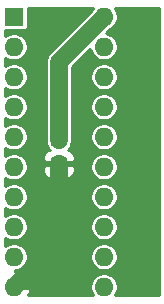
<source format=gbr>
G04 #@! TF.GenerationSoftware,KiCad,Pcbnew,(5.1.5)-3*
G04 #@! TF.CreationDate,2020-06-23T05:41:58-04:00*
G04 #@! TF.ProjectId,dip20tssop,64697032-3074-4737-936f-702e6b696361,rev?*
G04 #@! TF.SameCoordinates,Original*
G04 #@! TF.FileFunction,Copper,L2,Bot*
G04 #@! TF.FilePolarity,Positive*
%FSLAX46Y46*%
G04 Gerber Fmt 4.6, Leading zero omitted, Abs format (unit mm)*
G04 Created by KiCad (PCBNEW (5.1.5)-3) date 2020-06-23 05:41:58*
%MOMM*%
%LPD*%
G04 APERTURE LIST*
%ADD10C,0.100000*%
%ADD11R,1.600000X1.600000*%
%ADD12O,1.600000X1.600000*%
%ADD13C,0.800000*%
%ADD14C,1.500000*%
%ADD15C,0.239000*%
G04 APERTURE END LIST*
G04 #@! TA.AperFunction,SMDPad,CuDef*
D10*
G36*
X110964505Y-80951204D02*
G01*
X110988773Y-80954804D01*
X111012572Y-80960765D01*
X111035671Y-80969030D01*
X111057850Y-80979520D01*
X111078893Y-80992132D01*
X111098599Y-81006747D01*
X111116777Y-81023223D01*
X111133253Y-81041401D01*
X111147868Y-81061107D01*
X111160480Y-81082150D01*
X111170970Y-81104329D01*
X111179235Y-81127428D01*
X111185196Y-81151227D01*
X111188796Y-81175495D01*
X111190000Y-81199999D01*
X111190000Y-81850001D01*
X111188796Y-81874505D01*
X111185196Y-81898773D01*
X111179235Y-81922572D01*
X111170970Y-81945671D01*
X111160480Y-81967850D01*
X111147868Y-81988893D01*
X111133253Y-82008599D01*
X111116777Y-82026777D01*
X111098599Y-82043253D01*
X111078893Y-82057868D01*
X111057850Y-82070480D01*
X111035671Y-82080970D01*
X111012572Y-82089235D01*
X110988773Y-82095196D01*
X110964505Y-82098796D01*
X110940001Y-82100000D01*
X110039999Y-82100000D01*
X110015495Y-82098796D01*
X109991227Y-82095196D01*
X109967428Y-82089235D01*
X109944329Y-82080970D01*
X109922150Y-82070480D01*
X109901107Y-82057868D01*
X109881401Y-82043253D01*
X109863223Y-82026777D01*
X109846747Y-82008599D01*
X109832132Y-81988893D01*
X109819520Y-81967850D01*
X109809030Y-81945671D01*
X109800765Y-81922572D01*
X109794804Y-81898773D01*
X109791204Y-81874505D01*
X109790000Y-81850001D01*
X109790000Y-81199999D01*
X109791204Y-81175495D01*
X109794804Y-81151227D01*
X109800765Y-81127428D01*
X109809030Y-81104329D01*
X109819520Y-81082150D01*
X109832132Y-81061107D01*
X109846747Y-81041401D01*
X109863223Y-81023223D01*
X109881401Y-81006747D01*
X109901107Y-80992132D01*
X109922150Y-80979520D01*
X109944329Y-80969030D01*
X109967428Y-80960765D01*
X109991227Y-80954804D01*
X110015495Y-80951204D01*
X110039999Y-80950000D01*
X110940001Y-80950000D01*
X110964505Y-80951204D01*
G37*
G04 #@! TD.AperFunction*
G04 #@! TA.AperFunction,SMDPad,CuDef*
G36*
X110964505Y-83001204D02*
G01*
X110988773Y-83004804D01*
X111012572Y-83010765D01*
X111035671Y-83019030D01*
X111057850Y-83029520D01*
X111078893Y-83042132D01*
X111098599Y-83056747D01*
X111116777Y-83073223D01*
X111133253Y-83091401D01*
X111147868Y-83111107D01*
X111160480Y-83132150D01*
X111170970Y-83154329D01*
X111179235Y-83177428D01*
X111185196Y-83201227D01*
X111188796Y-83225495D01*
X111190000Y-83249999D01*
X111190000Y-83900001D01*
X111188796Y-83924505D01*
X111185196Y-83948773D01*
X111179235Y-83972572D01*
X111170970Y-83995671D01*
X111160480Y-84017850D01*
X111147868Y-84038893D01*
X111133253Y-84058599D01*
X111116777Y-84076777D01*
X111098599Y-84093253D01*
X111078893Y-84107868D01*
X111057850Y-84120480D01*
X111035671Y-84130970D01*
X111012572Y-84139235D01*
X110988773Y-84145196D01*
X110964505Y-84148796D01*
X110940001Y-84150000D01*
X110039999Y-84150000D01*
X110015495Y-84148796D01*
X109991227Y-84145196D01*
X109967428Y-84139235D01*
X109944329Y-84130970D01*
X109922150Y-84120480D01*
X109901107Y-84107868D01*
X109881401Y-84093253D01*
X109863223Y-84076777D01*
X109846747Y-84058599D01*
X109832132Y-84038893D01*
X109819520Y-84017850D01*
X109809030Y-83995671D01*
X109800765Y-83972572D01*
X109794804Y-83948773D01*
X109791204Y-83924505D01*
X109790000Y-83900001D01*
X109790000Y-83249999D01*
X109791204Y-83225495D01*
X109794804Y-83201227D01*
X109800765Y-83177428D01*
X109809030Y-83154329D01*
X109819520Y-83132150D01*
X109832132Y-83111107D01*
X109846747Y-83091401D01*
X109863223Y-83073223D01*
X109881401Y-83056747D01*
X109901107Y-83042132D01*
X109922150Y-83029520D01*
X109944329Y-83019030D01*
X109967428Y-83010765D01*
X109991227Y-83004804D01*
X110015495Y-83001204D01*
X110039999Y-83000000D01*
X110940001Y-83000000D01*
X110964505Y-83001204D01*
G37*
G04 #@! TD.AperFunction*
D11*
X106680000Y-71120000D03*
D12*
X114300000Y-93980000D03*
X106680000Y-73660000D03*
X114300000Y-91440000D03*
X106680000Y-76200000D03*
X114300000Y-88900000D03*
X106680000Y-78740000D03*
X114300000Y-86360000D03*
X106680000Y-81280000D03*
X114300000Y-83820000D03*
X106680000Y-83820000D03*
X114300000Y-81280000D03*
X106680000Y-86360000D03*
X114300000Y-78740000D03*
X106680000Y-88900000D03*
X114300000Y-76200000D03*
X106680000Y-91440000D03*
X114300000Y-73660000D03*
X106680000Y-93980000D03*
X114300000Y-71120000D03*
D13*
X110490000Y-87122000D03*
X117856000Y-71755000D03*
X110490000Y-71755000D03*
X108712000Y-73914000D03*
X116967000Y-76835000D03*
X116967000Y-92964000D03*
D14*
X110490000Y-74930000D02*
X114300000Y-71120000D01*
X110490000Y-81525000D02*
X110490000Y-74930000D01*
X110490000Y-90170000D02*
X106680000Y-93980000D01*
X110490000Y-83575000D02*
X110490000Y-87122000D01*
X110490000Y-87122000D02*
X110490000Y-90170000D01*
D15*
G36*
X113273351Y-70571245D02*
G01*
X113267872Y-70584472D01*
X109744679Y-74107667D01*
X109702381Y-74142380D01*
X109647909Y-74208755D01*
X109563857Y-74311172D01*
X109460925Y-74503744D01*
X109397540Y-74712697D01*
X109376138Y-74930000D01*
X109381501Y-74984453D01*
X109381500Y-81579449D01*
X109397540Y-81742303D01*
X109429766Y-81848538D01*
X109429766Y-81850001D01*
X109441491Y-81969052D01*
X109476217Y-82083527D01*
X109532609Y-82189028D01*
X109608499Y-82281501D01*
X109700972Y-82357391D01*
X109733897Y-82374990D01*
X109666989Y-82381580D01*
X109548704Y-82417461D01*
X109439693Y-82475728D01*
X109344144Y-82554144D01*
X109265728Y-82649693D01*
X109207461Y-82758704D01*
X109171580Y-82876989D01*
X109159464Y-83000000D01*
X109162500Y-83283625D01*
X109319375Y-83440500D01*
X110355500Y-83440500D01*
X110355500Y-83420500D01*
X110624500Y-83420500D01*
X110624500Y-83440500D01*
X111660625Y-83440500D01*
X111817500Y-83283625D01*
X111820536Y-83000000D01*
X111808420Y-82876989D01*
X111772539Y-82758704D01*
X111714272Y-82649693D01*
X111635856Y-82554144D01*
X111540307Y-82475728D01*
X111431296Y-82417461D01*
X111313011Y-82381580D01*
X111246103Y-82374990D01*
X111279028Y-82357391D01*
X111371501Y-82281501D01*
X111447391Y-82189028D01*
X111503783Y-82083527D01*
X111538509Y-81969052D01*
X111550234Y-81850001D01*
X111550234Y-81848539D01*
X111582460Y-81742304D01*
X111598500Y-81579450D01*
X111598500Y-81165898D01*
X113141500Y-81165898D01*
X113141500Y-81394102D01*
X113186021Y-81617922D01*
X113273351Y-81828755D01*
X113400135Y-82018500D01*
X113561500Y-82179865D01*
X113751245Y-82306649D01*
X113962078Y-82393979D01*
X114185898Y-82438500D01*
X114414102Y-82438500D01*
X114637922Y-82393979D01*
X114848755Y-82306649D01*
X115038500Y-82179865D01*
X115199865Y-82018500D01*
X115326649Y-81828755D01*
X115413979Y-81617922D01*
X115458500Y-81394102D01*
X115458500Y-81165898D01*
X115413979Y-80942078D01*
X115326649Y-80731245D01*
X115199865Y-80541500D01*
X115038500Y-80380135D01*
X114848755Y-80253351D01*
X114637922Y-80166021D01*
X114414102Y-80121500D01*
X114185898Y-80121500D01*
X113962078Y-80166021D01*
X113751245Y-80253351D01*
X113561500Y-80380135D01*
X113400135Y-80541500D01*
X113273351Y-80731245D01*
X113186021Y-80942078D01*
X113141500Y-81165898D01*
X111598500Y-81165898D01*
X111598500Y-78625898D01*
X113141500Y-78625898D01*
X113141500Y-78854102D01*
X113186021Y-79077922D01*
X113273351Y-79288755D01*
X113400135Y-79478500D01*
X113561500Y-79639865D01*
X113751245Y-79766649D01*
X113962078Y-79853979D01*
X114185898Y-79898500D01*
X114414102Y-79898500D01*
X114637922Y-79853979D01*
X114848755Y-79766649D01*
X115038500Y-79639865D01*
X115199865Y-79478500D01*
X115326649Y-79288755D01*
X115413979Y-79077922D01*
X115458500Y-78854102D01*
X115458500Y-78625898D01*
X115413979Y-78402078D01*
X115326649Y-78191245D01*
X115199865Y-78001500D01*
X115038500Y-77840135D01*
X114848755Y-77713351D01*
X114637922Y-77626021D01*
X114414102Y-77581500D01*
X114185898Y-77581500D01*
X113962078Y-77626021D01*
X113751245Y-77713351D01*
X113561500Y-77840135D01*
X113400135Y-78001500D01*
X113273351Y-78191245D01*
X113186021Y-78402078D01*
X113141500Y-78625898D01*
X111598500Y-78625898D01*
X111598500Y-76085898D01*
X113141500Y-76085898D01*
X113141500Y-76314102D01*
X113186021Y-76537922D01*
X113273351Y-76748755D01*
X113400135Y-76938500D01*
X113561500Y-77099865D01*
X113751245Y-77226649D01*
X113962078Y-77313979D01*
X114185898Y-77358500D01*
X114414102Y-77358500D01*
X114637922Y-77313979D01*
X114848755Y-77226649D01*
X115038500Y-77099865D01*
X115199865Y-76938500D01*
X115326649Y-76748755D01*
X115413979Y-76537922D01*
X115458500Y-76314102D01*
X115458500Y-76085898D01*
X115413979Y-75862078D01*
X115326649Y-75651245D01*
X115199865Y-75461500D01*
X115038500Y-75300135D01*
X114848755Y-75173351D01*
X114637922Y-75086021D01*
X114414102Y-75041500D01*
X114185898Y-75041500D01*
X113962078Y-75086021D01*
X113751245Y-75173351D01*
X113561500Y-75300135D01*
X113400135Y-75461500D01*
X113273351Y-75651245D01*
X113186021Y-75862078D01*
X113141500Y-76085898D01*
X111598500Y-76085898D01*
X111598500Y-75389154D01*
X113153454Y-73834201D01*
X113186021Y-73997922D01*
X113273351Y-74208755D01*
X113400135Y-74398500D01*
X113561500Y-74559865D01*
X113751245Y-74686649D01*
X113962078Y-74773979D01*
X114185898Y-74818500D01*
X114414102Y-74818500D01*
X114637922Y-74773979D01*
X114848755Y-74686649D01*
X115038500Y-74559865D01*
X115199865Y-74398500D01*
X115326649Y-74208755D01*
X115413979Y-73997922D01*
X115458500Y-73774102D01*
X115458500Y-73545898D01*
X115413979Y-73322078D01*
X115326649Y-73111245D01*
X115199865Y-72921500D01*
X115038500Y-72760135D01*
X114848755Y-72633351D01*
X114637922Y-72546021D01*
X114474201Y-72513455D01*
X114835528Y-72152128D01*
X114848755Y-72146649D01*
X115038500Y-72019865D01*
X115199865Y-71858500D01*
X115326649Y-71668755D01*
X115413979Y-71457922D01*
X115458500Y-71234102D01*
X115458500Y-71005898D01*
X115413979Y-70782078D01*
X115326649Y-70571245D01*
X115209220Y-70395500D01*
X118961501Y-70395500D01*
X118961500Y-94704500D01*
X115209220Y-94704500D01*
X115326649Y-94528755D01*
X115413979Y-94317922D01*
X115458500Y-94094102D01*
X115458500Y-93865898D01*
X115413979Y-93642078D01*
X115326649Y-93431245D01*
X115199865Y-93241500D01*
X115038500Y-93080135D01*
X114848755Y-92953351D01*
X114637922Y-92866021D01*
X114414102Y-92821500D01*
X114185898Y-92821500D01*
X113962078Y-92866021D01*
X113751245Y-92953351D01*
X113561500Y-93080135D01*
X113400135Y-93241500D01*
X113273351Y-93431245D01*
X113186021Y-93642078D01*
X113141500Y-93865898D01*
X113141500Y-94094102D01*
X113186021Y-94317922D01*
X113273351Y-94528755D01*
X113390780Y-94704500D01*
X107909738Y-94704500D01*
X108026922Y-94452836D01*
X108062613Y-94335161D01*
X107943486Y-94114500D01*
X106814500Y-94114500D01*
X106814500Y-94134500D01*
X106545500Y-94134500D01*
X106545500Y-94114500D01*
X106525500Y-94114500D01*
X106525500Y-93845500D01*
X106545500Y-93845500D01*
X106545500Y-93825500D01*
X106814500Y-93825500D01*
X106814500Y-93845500D01*
X107943486Y-93845500D01*
X108062613Y-93624839D01*
X108026922Y-93507164D01*
X107908796Y-93253478D01*
X107743448Y-93027712D01*
X107537232Y-92838542D01*
X107298073Y-92693237D01*
X107035162Y-92597382D01*
X106814502Y-92715719D01*
X106814502Y-92594442D01*
X107017922Y-92553979D01*
X107228755Y-92466649D01*
X107418500Y-92339865D01*
X107579865Y-92178500D01*
X107706649Y-91988755D01*
X107793979Y-91777922D01*
X107838500Y-91554102D01*
X107838500Y-91325898D01*
X113141500Y-91325898D01*
X113141500Y-91554102D01*
X113186021Y-91777922D01*
X113273351Y-91988755D01*
X113400135Y-92178500D01*
X113561500Y-92339865D01*
X113751245Y-92466649D01*
X113962078Y-92553979D01*
X114185898Y-92598500D01*
X114414102Y-92598500D01*
X114637922Y-92553979D01*
X114848755Y-92466649D01*
X115038500Y-92339865D01*
X115199865Y-92178500D01*
X115326649Y-91988755D01*
X115413979Y-91777922D01*
X115458500Y-91554102D01*
X115458500Y-91325898D01*
X115413979Y-91102078D01*
X115326649Y-90891245D01*
X115199865Y-90701500D01*
X115038500Y-90540135D01*
X114848755Y-90413351D01*
X114637922Y-90326021D01*
X114414102Y-90281500D01*
X114185898Y-90281500D01*
X113962078Y-90326021D01*
X113751245Y-90413351D01*
X113561500Y-90540135D01*
X113400135Y-90701500D01*
X113273351Y-90891245D01*
X113186021Y-91102078D01*
X113141500Y-91325898D01*
X107838500Y-91325898D01*
X107793979Y-91102078D01*
X107706649Y-90891245D01*
X107579865Y-90701500D01*
X107418500Y-90540135D01*
X107228755Y-90413351D01*
X107017922Y-90326021D01*
X106794102Y-90281500D01*
X106565898Y-90281500D01*
X106342078Y-90326021D01*
X106131245Y-90413351D01*
X105955500Y-90530780D01*
X105955500Y-89809220D01*
X106131245Y-89926649D01*
X106342078Y-90013979D01*
X106565898Y-90058500D01*
X106794102Y-90058500D01*
X107017922Y-90013979D01*
X107228755Y-89926649D01*
X107418500Y-89799865D01*
X107579865Y-89638500D01*
X107706649Y-89448755D01*
X107793979Y-89237922D01*
X107838500Y-89014102D01*
X107838500Y-88785898D01*
X113141500Y-88785898D01*
X113141500Y-89014102D01*
X113186021Y-89237922D01*
X113273351Y-89448755D01*
X113400135Y-89638500D01*
X113561500Y-89799865D01*
X113751245Y-89926649D01*
X113962078Y-90013979D01*
X114185898Y-90058500D01*
X114414102Y-90058500D01*
X114637922Y-90013979D01*
X114848755Y-89926649D01*
X115038500Y-89799865D01*
X115199865Y-89638500D01*
X115326649Y-89448755D01*
X115413979Y-89237922D01*
X115458500Y-89014102D01*
X115458500Y-88785898D01*
X115413979Y-88562078D01*
X115326649Y-88351245D01*
X115199865Y-88161500D01*
X115038500Y-88000135D01*
X114848755Y-87873351D01*
X114637922Y-87786021D01*
X114414102Y-87741500D01*
X114185898Y-87741500D01*
X113962078Y-87786021D01*
X113751245Y-87873351D01*
X113561500Y-88000135D01*
X113400135Y-88161500D01*
X113273351Y-88351245D01*
X113186021Y-88562078D01*
X113141500Y-88785898D01*
X107838500Y-88785898D01*
X107793979Y-88562078D01*
X107706649Y-88351245D01*
X107579865Y-88161500D01*
X107418500Y-88000135D01*
X107228755Y-87873351D01*
X107017922Y-87786021D01*
X106794102Y-87741500D01*
X106565898Y-87741500D01*
X106342078Y-87786021D01*
X106131245Y-87873351D01*
X105955500Y-87990780D01*
X105955500Y-87269220D01*
X106131245Y-87386649D01*
X106342078Y-87473979D01*
X106565898Y-87518500D01*
X106794102Y-87518500D01*
X107017922Y-87473979D01*
X107228755Y-87386649D01*
X107418500Y-87259865D01*
X107579865Y-87098500D01*
X107706649Y-86908755D01*
X107793979Y-86697922D01*
X107838500Y-86474102D01*
X107838500Y-86245898D01*
X113141500Y-86245898D01*
X113141500Y-86474102D01*
X113186021Y-86697922D01*
X113273351Y-86908755D01*
X113400135Y-87098500D01*
X113561500Y-87259865D01*
X113751245Y-87386649D01*
X113962078Y-87473979D01*
X114185898Y-87518500D01*
X114414102Y-87518500D01*
X114637922Y-87473979D01*
X114848755Y-87386649D01*
X115038500Y-87259865D01*
X115199865Y-87098500D01*
X115326649Y-86908755D01*
X115413979Y-86697922D01*
X115458500Y-86474102D01*
X115458500Y-86245898D01*
X115413979Y-86022078D01*
X115326649Y-85811245D01*
X115199865Y-85621500D01*
X115038500Y-85460135D01*
X114848755Y-85333351D01*
X114637922Y-85246021D01*
X114414102Y-85201500D01*
X114185898Y-85201500D01*
X113962078Y-85246021D01*
X113751245Y-85333351D01*
X113561500Y-85460135D01*
X113400135Y-85621500D01*
X113273351Y-85811245D01*
X113186021Y-86022078D01*
X113141500Y-86245898D01*
X107838500Y-86245898D01*
X107793979Y-86022078D01*
X107706649Y-85811245D01*
X107579865Y-85621500D01*
X107418500Y-85460135D01*
X107228755Y-85333351D01*
X107017922Y-85246021D01*
X106794102Y-85201500D01*
X106565898Y-85201500D01*
X106342078Y-85246021D01*
X106131245Y-85333351D01*
X105955500Y-85450780D01*
X105955500Y-84729220D01*
X106131245Y-84846649D01*
X106342078Y-84933979D01*
X106565898Y-84978500D01*
X106794102Y-84978500D01*
X107017922Y-84933979D01*
X107228755Y-84846649D01*
X107418500Y-84719865D01*
X107579865Y-84558500D01*
X107706649Y-84368755D01*
X107793979Y-84157922D01*
X107795554Y-84150000D01*
X109159464Y-84150000D01*
X109171580Y-84273011D01*
X109207461Y-84391296D01*
X109265728Y-84500307D01*
X109344144Y-84595856D01*
X109439693Y-84674272D01*
X109548704Y-84732539D01*
X109666989Y-84768420D01*
X109790000Y-84780536D01*
X110198625Y-84777500D01*
X110355500Y-84620625D01*
X110355500Y-83709500D01*
X110624500Y-83709500D01*
X110624500Y-84620625D01*
X110781375Y-84777500D01*
X111190000Y-84780536D01*
X111313011Y-84768420D01*
X111431296Y-84732539D01*
X111540307Y-84674272D01*
X111635856Y-84595856D01*
X111714272Y-84500307D01*
X111772539Y-84391296D01*
X111808420Y-84273011D01*
X111820536Y-84150000D01*
X111817500Y-83866375D01*
X111660625Y-83709500D01*
X110624500Y-83709500D01*
X110355500Y-83709500D01*
X109319375Y-83709500D01*
X109162500Y-83866375D01*
X109159464Y-84150000D01*
X107795554Y-84150000D01*
X107838500Y-83934102D01*
X107838500Y-83705898D01*
X113141500Y-83705898D01*
X113141500Y-83934102D01*
X113186021Y-84157922D01*
X113273351Y-84368755D01*
X113400135Y-84558500D01*
X113561500Y-84719865D01*
X113751245Y-84846649D01*
X113962078Y-84933979D01*
X114185898Y-84978500D01*
X114414102Y-84978500D01*
X114637922Y-84933979D01*
X114848755Y-84846649D01*
X115038500Y-84719865D01*
X115199865Y-84558500D01*
X115326649Y-84368755D01*
X115413979Y-84157922D01*
X115458500Y-83934102D01*
X115458500Y-83705898D01*
X115413979Y-83482078D01*
X115326649Y-83271245D01*
X115199865Y-83081500D01*
X115038500Y-82920135D01*
X114848755Y-82793351D01*
X114637922Y-82706021D01*
X114414102Y-82661500D01*
X114185898Y-82661500D01*
X113962078Y-82706021D01*
X113751245Y-82793351D01*
X113561500Y-82920135D01*
X113400135Y-83081500D01*
X113273351Y-83271245D01*
X113186021Y-83482078D01*
X113141500Y-83705898D01*
X107838500Y-83705898D01*
X107793979Y-83482078D01*
X107706649Y-83271245D01*
X107579865Y-83081500D01*
X107418500Y-82920135D01*
X107228755Y-82793351D01*
X107017922Y-82706021D01*
X106794102Y-82661500D01*
X106565898Y-82661500D01*
X106342078Y-82706021D01*
X106131245Y-82793351D01*
X105955500Y-82910780D01*
X105955500Y-82189220D01*
X106131245Y-82306649D01*
X106342078Y-82393979D01*
X106565898Y-82438500D01*
X106794102Y-82438500D01*
X107017922Y-82393979D01*
X107228755Y-82306649D01*
X107418500Y-82179865D01*
X107579865Y-82018500D01*
X107706649Y-81828755D01*
X107793979Y-81617922D01*
X107838500Y-81394102D01*
X107838500Y-81165898D01*
X107793979Y-80942078D01*
X107706649Y-80731245D01*
X107579865Y-80541500D01*
X107418500Y-80380135D01*
X107228755Y-80253351D01*
X107017922Y-80166021D01*
X106794102Y-80121500D01*
X106565898Y-80121500D01*
X106342078Y-80166021D01*
X106131245Y-80253351D01*
X105955500Y-80370780D01*
X105955500Y-79649220D01*
X106131245Y-79766649D01*
X106342078Y-79853979D01*
X106565898Y-79898500D01*
X106794102Y-79898500D01*
X107017922Y-79853979D01*
X107228755Y-79766649D01*
X107418500Y-79639865D01*
X107579865Y-79478500D01*
X107706649Y-79288755D01*
X107793979Y-79077922D01*
X107838500Y-78854102D01*
X107838500Y-78625898D01*
X107793979Y-78402078D01*
X107706649Y-78191245D01*
X107579865Y-78001500D01*
X107418500Y-77840135D01*
X107228755Y-77713351D01*
X107017922Y-77626021D01*
X106794102Y-77581500D01*
X106565898Y-77581500D01*
X106342078Y-77626021D01*
X106131245Y-77713351D01*
X105955500Y-77830780D01*
X105955500Y-77109220D01*
X106131245Y-77226649D01*
X106342078Y-77313979D01*
X106565898Y-77358500D01*
X106794102Y-77358500D01*
X107017922Y-77313979D01*
X107228755Y-77226649D01*
X107418500Y-77099865D01*
X107579865Y-76938500D01*
X107706649Y-76748755D01*
X107793979Y-76537922D01*
X107838500Y-76314102D01*
X107838500Y-76085898D01*
X107793979Y-75862078D01*
X107706649Y-75651245D01*
X107579865Y-75461500D01*
X107418500Y-75300135D01*
X107228755Y-75173351D01*
X107017922Y-75086021D01*
X106794102Y-75041500D01*
X106565898Y-75041500D01*
X106342078Y-75086021D01*
X106131245Y-75173351D01*
X105955500Y-75290780D01*
X105955500Y-74569220D01*
X106131245Y-74686649D01*
X106342078Y-74773979D01*
X106565898Y-74818500D01*
X106794102Y-74818500D01*
X107017922Y-74773979D01*
X107228755Y-74686649D01*
X107418500Y-74559865D01*
X107579865Y-74398500D01*
X107706649Y-74208755D01*
X107793979Y-73997922D01*
X107838500Y-73774102D01*
X107838500Y-73545898D01*
X107793979Y-73322078D01*
X107706649Y-73111245D01*
X107579865Y-72921500D01*
X107418500Y-72760135D01*
X107228755Y-72633351D01*
X107017922Y-72546021D01*
X106794102Y-72501500D01*
X106565898Y-72501500D01*
X106342078Y-72546021D01*
X106131245Y-72633351D01*
X105955500Y-72750780D01*
X105955500Y-72280234D01*
X107480000Y-72280234D01*
X107550278Y-72273312D01*
X107617856Y-72252813D01*
X107680135Y-72219524D01*
X107734724Y-72174724D01*
X107779524Y-72120135D01*
X107812813Y-72057856D01*
X107833312Y-71990278D01*
X107840234Y-71920000D01*
X107840234Y-70395500D01*
X113390780Y-70395500D01*
X113273351Y-70571245D01*
G37*
X113273351Y-70571245D02*
X113267872Y-70584472D01*
X109744679Y-74107667D01*
X109702381Y-74142380D01*
X109647909Y-74208755D01*
X109563857Y-74311172D01*
X109460925Y-74503744D01*
X109397540Y-74712697D01*
X109376138Y-74930000D01*
X109381501Y-74984453D01*
X109381500Y-81579449D01*
X109397540Y-81742303D01*
X109429766Y-81848538D01*
X109429766Y-81850001D01*
X109441491Y-81969052D01*
X109476217Y-82083527D01*
X109532609Y-82189028D01*
X109608499Y-82281501D01*
X109700972Y-82357391D01*
X109733897Y-82374990D01*
X109666989Y-82381580D01*
X109548704Y-82417461D01*
X109439693Y-82475728D01*
X109344144Y-82554144D01*
X109265728Y-82649693D01*
X109207461Y-82758704D01*
X109171580Y-82876989D01*
X109159464Y-83000000D01*
X109162500Y-83283625D01*
X109319375Y-83440500D01*
X110355500Y-83440500D01*
X110355500Y-83420500D01*
X110624500Y-83420500D01*
X110624500Y-83440500D01*
X111660625Y-83440500D01*
X111817500Y-83283625D01*
X111820536Y-83000000D01*
X111808420Y-82876989D01*
X111772539Y-82758704D01*
X111714272Y-82649693D01*
X111635856Y-82554144D01*
X111540307Y-82475728D01*
X111431296Y-82417461D01*
X111313011Y-82381580D01*
X111246103Y-82374990D01*
X111279028Y-82357391D01*
X111371501Y-82281501D01*
X111447391Y-82189028D01*
X111503783Y-82083527D01*
X111538509Y-81969052D01*
X111550234Y-81850001D01*
X111550234Y-81848539D01*
X111582460Y-81742304D01*
X111598500Y-81579450D01*
X111598500Y-81165898D01*
X113141500Y-81165898D01*
X113141500Y-81394102D01*
X113186021Y-81617922D01*
X113273351Y-81828755D01*
X113400135Y-82018500D01*
X113561500Y-82179865D01*
X113751245Y-82306649D01*
X113962078Y-82393979D01*
X114185898Y-82438500D01*
X114414102Y-82438500D01*
X114637922Y-82393979D01*
X114848755Y-82306649D01*
X115038500Y-82179865D01*
X115199865Y-82018500D01*
X115326649Y-81828755D01*
X115413979Y-81617922D01*
X115458500Y-81394102D01*
X115458500Y-81165898D01*
X115413979Y-80942078D01*
X115326649Y-80731245D01*
X115199865Y-80541500D01*
X115038500Y-80380135D01*
X114848755Y-80253351D01*
X114637922Y-80166021D01*
X114414102Y-80121500D01*
X114185898Y-80121500D01*
X113962078Y-80166021D01*
X113751245Y-80253351D01*
X113561500Y-80380135D01*
X113400135Y-80541500D01*
X113273351Y-80731245D01*
X113186021Y-80942078D01*
X113141500Y-81165898D01*
X111598500Y-81165898D01*
X111598500Y-78625898D01*
X113141500Y-78625898D01*
X113141500Y-78854102D01*
X113186021Y-79077922D01*
X113273351Y-79288755D01*
X113400135Y-79478500D01*
X113561500Y-79639865D01*
X113751245Y-79766649D01*
X113962078Y-79853979D01*
X114185898Y-79898500D01*
X114414102Y-79898500D01*
X114637922Y-79853979D01*
X114848755Y-79766649D01*
X115038500Y-79639865D01*
X115199865Y-79478500D01*
X115326649Y-79288755D01*
X115413979Y-79077922D01*
X115458500Y-78854102D01*
X115458500Y-78625898D01*
X115413979Y-78402078D01*
X115326649Y-78191245D01*
X115199865Y-78001500D01*
X115038500Y-77840135D01*
X114848755Y-77713351D01*
X114637922Y-77626021D01*
X114414102Y-77581500D01*
X114185898Y-77581500D01*
X113962078Y-77626021D01*
X113751245Y-77713351D01*
X113561500Y-77840135D01*
X113400135Y-78001500D01*
X113273351Y-78191245D01*
X113186021Y-78402078D01*
X113141500Y-78625898D01*
X111598500Y-78625898D01*
X111598500Y-76085898D01*
X113141500Y-76085898D01*
X113141500Y-76314102D01*
X113186021Y-76537922D01*
X113273351Y-76748755D01*
X113400135Y-76938500D01*
X113561500Y-77099865D01*
X113751245Y-77226649D01*
X113962078Y-77313979D01*
X114185898Y-77358500D01*
X114414102Y-77358500D01*
X114637922Y-77313979D01*
X114848755Y-77226649D01*
X115038500Y-77099865D01*
X115199865Y-76938500D01*
X115326649Y-76748755D01*
X115413979Y-76537922D01*
X115458500Y-76314102D01*
X115458500Y-76085898D01*
X115413979Y-75862078D01*
X115326649Y-75651245D01*
X115199865Y-75461500D01*
X115038500Y-75300135D01*
X114848755Y-75173351D01*
X114637922Y-75086021D01*
X114414102Y-75041500D01*
X114185898Y-75041500D01*
X113962078Y-75086021D01*
X113751245Y-75173351D01*
X113561500Y-75300135D01*
X113400135Y-75461500D01*
X113273351Y-75651245D01*
X113186021Y-75862078D01*
X113141500Y-76085898D01*
X111598500Y-76085898D01*
X111598500Y-75389154D01*
X113153454Y-73834201D01*
X113186021Y-73997922D01*
X113273351Y-74208755D01*
X113400135Y-74398500D01*
X113561500Y-74559865D01*
X113751245Y-74686649D01*
X113962078Y-74773979D01*
X114185898Y-74818500D01*
X114414102Y-74818500D01*
X114637922Y-74773979D01*
X114848755Y-74686649D01*
X115038500Y-74559865D01*
X115199865Y-74398500D01*
X115326649Y-74208755D01*
X115413979Y-73997922D01*
X115458500Y-73774102D01*
X115458500Y-73545898D01*
X115413979Y-73322078D01*
X115326649Y-73111245D01*
X115199865Y-72921500D01*
X115038500Y-72760135D01*
X114848755Y-72633351D01*
X114637922Y-72546021D01*
X114474201Y-72513455D01*
X114835528Y-72152128D01*
X114848755Y-72146649D01*
X115038500Y-72019865D01*
X115199865Y-71858500D01*
X115326649Y-71668755D01*
X115413979Y-71457922D01*
X115458500Y-71234102D01*
X115458500Y-71005898D01*
X115413979Y-70782078D01*
X115326649Y-70571245D01*
X115209220Y-70395500D01*
X118961501Y-70395500D01*
X118961500Y-94704500D01*
X115209220Y-94704500D01*
X115326649Y-94528755D01*
X115413979Y-94317922D01*
X115458500Y-94094102D01*
X115458500Y-93865898D01*
X115413979Y-93642078D01*
X115326649Y-93431245D01*
X115199865Y-93241500D01*
X115038500Y-93080135D01*
X114848755Y-92953351D01*
X114637922Y-92866021D01*
X114414102Y-92821500D01*
X114185898Y-92821500D01*
X113962078Y-92866021D01*
X113751245Y-92953351D01*
X113561500Y-93080135D01*
X113400135Y-93241500D01*
X113273351Y-93431245D01*
X113186021Y-93642078D01*
X113141500Y-93865898D01*
X113141500Y-94094102D01*
X113186021Y-94317922D01*
X113273351Y-94528755D01*
X113390780Y-94704500D01*
X107909738Y-94704500D01*
X108026922Y-94452836D01*
X108062613Y-94335161D01*
X107943486Y-94114500D01*
X106814500Y-94114500D01*
X106814500Y-94134500D01*
X106545500Y-94134500D01*
X106545500Y-94114500D01*
X106525500Y-94114500D01*
X106525500Y-93845500D01*
X106545500Y-93845500D01*
X106545500Y-93825500D01*
X106814500Y-93825500D01*
X106814500Y-93845500D01*
X107943486Y-93845500D01*
X108062613Y-93624839D01*
X108026922Y-93507164D01*
X107908796Y-93253478D01*
X107743448Y-93027712D01*
X107537232Y-92838542D01*
X107298073Y-92693237D01*
X107035162Y-92597382D01*
X106814502Y-92715719D01*
X106814502Y-92594442D01*
X107017922Y-92553979D01*
X107228755Y-92466649D01*
X107418500Y-92339865D01*
X107579865Y-92178500D01*
X107706649Y-91988755D01*
X107793979Y-91777922D01*
X107838500Y-91554102D01*
X107838500Y-91325898D01*
X113141500Y-91325898D01*
X113141500Y-91554102D01*
X113186021Y-91777922D01*
X113273351Y-91988755D01*
X113400135Y-92178500D01*
X113561500Y-92339865D01*
X113751245Y-92466649D01*
X113962078Y-92553979D01*
X114185898Y-92598500D01*
X114414102Y-92598500D01*
X114637922Y-92553979D01*
X114848755Y-92466649D01*
X115038500Y-92339865D01*
X115199865Y-92178500D01*
X115326649Y-91988755D01*
X115413979Y-91777922D01*
X115458500Y-91554102D01*
X115458500Y-91325898D01*
X115413979Y-91102078D01*
X115326649Y-90891245D01*
X115199865Y-90701500D01*
X115038500Y-90540135D01*
X114848755Y-90413351D01*
X114637922Y-90326021D01*
X114414102Y-90281500D01*
X114185898Y-90281500D01*
X113962078Y-90326021D01*
X113751245Y-90413351D01*
X113561500Y-90540135D01*
X113400135Y-90701500D01*
X113273351Y-90891245D01*
X113186021Y-91102078D01*
X113141500Y-91325898D01*
X107838500Y-91325898D01*
X107793979Y-91102078D01*
X107706649Y-90891245D01*
X107579865Y-90701500D01*
X107418500Y-90540135D01*
X107228755Y-90413351D01*
X107017922Y-90326021D01*
X106794102Y-90281500D01*
X106565898Y-90281500D01*
X106342078Y-90326021D01*
X106131245Y-90413351D01*
X105955500Y-90530780D01*
X105955500Y-89809220D01*
X106131245Y-89926649D01*
X106342078Y-90013979D01*
X106565898Y-90058500D01*
X106794102Y-90058500D01*
X107017922Y-90013979D01*
X107228755Y-89926649D01*
X107418500Y-89799865D01*
X107579865Y-89638500D01*
X107706649Y-89448755D01*
X107793979Y-89237922D01*
X107838500Y-89014102D01*
X107838500Y-88785898D01*
X113141500Y-88785898D01*
X113141500Y-89014102D01*
X113186021Y-89237922D01*
X113273351Y-89448755D01*
X113400135Y-89638500D01*
X113561500Y-89799865D01*
X113751245Y-89926649D01*
X113962078Y-90013979D01*
X114185898Y-90058500D01*
X114414102Y-90058500D01*
X114637922Y-90013979D01*
X114848755Y-89926649D01*
X115038500Y-89799865D01*
X115199865Y-89638500D01*
X115326649Y-89448755D01*
X115413979Y-89237922D01*
X115458500Y-89014102D01*
X115458500Y-88785898D01*
X115413979Y-88562078D01*
X115326649Y-88351245D01*
X115199865Y-88161500D01*
X115038500Y-88000135D01*
X114848755Y-87873351D01*
X114637922Y-87786021D01*
X114414102Y-87741500D01*
X114185898Y-87741500D01*
X113962078Y-87786021D01*
X113751245Y-87873351D01*
X113561500Y-88000135D01*
X113400135Y-88161500D01*
X113273351Y-88351245D01*
X113186021Y-88562078D01*
X113141500Y-88785898D01*
X107838500Y-88785898D01*
X107793979Y-88562078D01*
X107706649Y-88351245D01*
X107579865Y-88161500D01*
X107418500Y-88000135D01*
X107228755Y-87873351D01*
X107017922Y-87786021D01*
X106794102Y-87741500D01*
X106565898Y-87741500D01*
X106342078Y-87786021D01*
X106131245Y-87873351D01*
X105955500Y-87990780D01*
X105955500Y-87269220D01*
X106131245Y-87386649D01*
X106342078Y-87473979D01*
X106565898Y-87518500D01*
X106794102Y-87518500D01*
X107017922Y-87473979D01*
X107228755Y-87386649D01*
X107418500Y-87259865D01*
X107579865Y-87098500D01*
X107706649Y-86908755D01*
X107793979Y-86697922D01*
X107838500Y-86474102D01*
X107838500Y-86245898D01*
X113141500Y-86245898D01*
X113141500Y-86474102D01*
X113186021Y-86697922D01*
X113273351Y-86908755D01*
X113400135Y-87098500D01*
X113561500Y-87259865D01*
X113751245Y-87386649D01*
X113962078Y-87473979D01*
X114185898Y-87518500D01*
X114414102Y-87518500D01*
X114637922Y-87473979D01*
X114848755Y-87386649D01*
X115038500Y-87259865D01*
X115199865Y-87098500D01*
X115326649Y-86908755D01*
X115413979Y-86697922D01*
X115458500Y-86474102D01*
X115458500Y-86245898D01*
X115413979Y-86022078D01*
X115326649Y-85811245D01*
X115199865Y-85621500D01*
X115038500Y-85460135D01*
X114848755Y-85333351D01*
X114637922Y-85246021D01*
X114414102Y-85201500D01*
X114185898Y-85201500D01*
X113962078Y-85246021D01*
X113751245Y-85333351D01*
X113561500Y-85460135D01*
X113400135Y-85621500D01*
X113273351Y-85811245D01*
X113186021Y-86022078D01*
X113141500Y-86245898D01*
X107838500Y-86245898D01*
X107793979Y-86022078D01*
X107706649Y-85811245D01*
X107579865Y-85621500D01*
X107418500Y-85460135D01*
X107228755Y-85333351D01*
X107017922Y-85246021D01*
X106794102Y-85201500D01*
X106565898Y-85201500D01*
X106342078Y-85246021D01*
X106131245Y-85333351D01*
X105955500Y-85450780D01*
X105955500Y-84729220D01*
X106131245Y-84846649D01*
X106342078Y-84933979D01*
X106565898Y-84978500D01*
X106794102Y-84978500D01*
X107017922Y-84933979D01*
X107228755Y-84846649D01*
X107418500Y-84719865D01*
X107579865Y-84558500D01*
X107706649Y-84368755D01*
X107793979Y-84157922D01*
X107795554Y-84150000D01*
X109159464Y-84150000D01*
X109171580Y-84273011D01*
X109207461Y-84391296D01*
X109265728Y-84500307D01*
X109344144Y-84595856D01*
X109439693Y-84674272D01*
X109548704Y-84732539D01*
X109666989Y-84768420D01*
X109790000Y-84780536D01*
X110198625Y-84777500D01*
X110355500Y-84620625D01*
X110355500Y-83709500D01*
X110624500Y-83709500D01*
X110624500Y-84620625D01*
X110781375Y-84777500D01*
X111190000Y-84780536D01*
X111313011Y-84768420D01*
X111431296Y-84732539D01*
X111540307Y-84674272D01*
X111635856Y-84595856D01*
X111714272Y-84500307D01*
X111772539Y-84391296D01*
X111808420Y-84273011D01*
X111820536Y-84150000D01*
X111817500Y-83866375D01*
X111660625Y-83709500D01*
X110624500Y-83709500D01*
X110355500Y-83709500D01*
X109319375Y-83709500D01*
X109162500Y-83866375D01*
X109159464Y-84150000D01*
X107795554Y-84150000D01*
X107838500Y-83934102D01*
X107838500Y-83705898D01*
X113141500Y-83705898D01*
X113141500Y-83934102D01*
X113186021Y-84157922D01*
X113273351Y-84368755D01*
X113400135Y-84558500D01*
X113561500Y-84719865D01*
X113751245Y-84846649D01*
X113962078Y-84933979D01*
X114185898Y-84978500D01*
X114414102Y-84978500D01*
X114637922Y-84933979D01*
X114848755Y-84846649D01*
X115038500Y-84719865D01*
X115199865Y-84558500D01*
X115326649Y-84368755D01*
X115413979Y-84157922D01*
X115458500Y-83934102D01*
X115458500Y-83705898D01*
X115413979Y-83482078D01*
X115326649Y-83271245D01*
X115199865Y-83081500D01*
X115038500Y-82920135D01*
X114848755Y-82793351D01*
X114637922Y-82706021D01*
X114414102Y-82661500D01*
X114185898Y-82661500D01*
X113962078Y-82706021D01*
X113751245Y-82793351D01*
X113561500Y-82920135D01*
X113400135Y-83081500D01*
X113273351Y-83271245D01*
X113186021Y-83482078D01*
X113141500Y-83705898D01*
X107838500Y-83705898D01*
X107793979Y-83482078D01*
X107706649Y-83271245D01*
X107579865Y-83081500D01*
X107418500Y-82920135D01*
X107228755Y-82793351D01*
X107017922Y-82706021D01*
X106794102Y-82661500D01*
X106565898Y-82661500D01*
X106342078Y-82706021D01*
X106131245Y-82793351D01*
X105955500Y-82910780D01*
X105955500Y-82189220D01*
X106131245Y-82306649D01*
X106342078Y-82393979D01*
X106565898Y-82438500D01*
X106794102Y-82438500D01*
X107017922Y-82393979D01*
X107228755Y-82306649D01*
X107418500Y-82179865D01*
X107579865Y-82018500D01*
X107706649Y-81828755D01*
X107793979Y-81617922D01*
X107838500Y-81394102D01*
X107838500Y-81165898D01*
X107793979Y-80942078D01*
X107706649Y-80731245D01*
X107579865Y-80541500D01*
X107418500Y-80380135D01*
X107228755Y-80253351D01*
X107017922Y-80166021D01*
X106794102Y-80121500D01*
X106565898Y-80121500D01*
X106342078Y-80166021D01*
X106131245Y-80253351D01*
X105955500Y-80370780D01*
X105955500Y-79649220D01*
X106131245Y-79766649D01*
X106342078Y-79853979D01*
X106565898Y-79898500D01*
X106794102Y-79898500D01*
X107017922Y-79853979D01*
X107228755Y-79766649D01*
X107418500Y-79639865D01*
X107579865Y-79478500D01*
X107706649Y-79288755D01*
X107793979Y-79077922D01*
X107838500Y-78854102D01*
X107838500Y-78625898D01*
X107793979Y-78402078D01*
X107706649Y-78191245D01*
X107579865Y-78001500D01*
X107418500Y-77840135D01*
X107228755Y-77713351D01*
X107017922Y-77626021D01*
X106794102Y-77581500D01*
X106565898Y-77581500D01*
X106342078Y-77626021D01*
X106131245Y-77713351D01*
X105955500Y-77830780D01*
X105955500Y-77109220D01*
X106131245Y-77226649D01*
X106342078Y-77313979D01*
X106565898Y-77358500D01*
X106794102Y-77358500D01*
X107017922Y-77313979D01*
X107228755Y-77226649D01*
X107418500Y-77099865D01*
X107579865Y-76938500D01*
X107706649Y-76748755D01*
X107793979Y-76537922D01*
X107838500Y-76314102D01*
X107838500Y-76085898D01*
X107793979Y-75862078D01*
X107706649Y-75651245D01*
X107579865Y-75461500D01*
X107418500Y-75300135D01*
X107228755Y-75173351D01*
X107017922Y-75086021D01*
X106794102Y-75041500D01*
X106565898Y-75041500D01*
X106342078Y-75086021D01*
X106131245Y-75173351D01*
X105955500Y-75290780D01*
X105955500Y-74569220D01*
X106131245Y-74686649D01*
X106342078Y-74773979D01*
X106565898Y-74818500D01*
X106794102Y-74818500D01*
X107017922Y-74773979D01*
X107228755Y-74686649D01*
X107418500Y-74559865D01*
X107579865Y-74398500D01*
X107706649Y-74208755D01*
X107793979Y-73997922D01*
X107838500Y-73774102D01*
X107838500Y-73545898D01*
X107793979Y-73322078D01*
X107706649Y-73111245D01*
X107579865Y-72921500D01*
X107418500Y-72760135D01*
X107228755Y-72633351D01*
X107017922Y-72546021D01*
X106794102Y-72501500D01*
X106565898Y-72501500D01*
X106342078Y-72546021D01*
X106131245Y-72633351D01*
X105955500Y-72750780D01*
X105955500Y-72280234D01*
X107480000Y-72280234D01*
X107550278Y-72273312D01*
X107617856Y-72252813D01*
X107680135Y-72219524D01*
X107734724Y-72174724D01*
X107779524Y-72120135D01*
X107812813Y-72057856D01*
X107833312Y-71990278D01*
X107840234Y-71920000D01*
X107840234Y-70395500D01*
X113390780Y-70395500D01*
X113273351Y-70571245D01*
M02*

</source>
